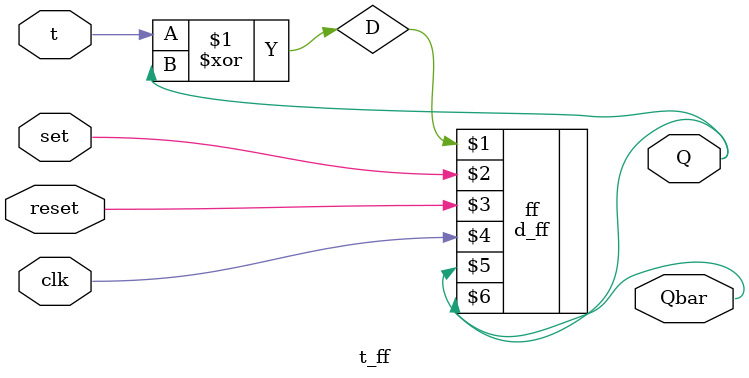
<source format=sv>
module t_ff (input logic t,clk,set,reset,output logic Q,Qbar);
//(input logic D,set,reset,clk,output logic Q,output logic Qbar);//(Q0,1'b1,clk,en,Q0)
xor xor1 (D,t,Q);
d_ff ff (D,set,reset,clk,Q,Qbar);
endmodule 
</source>
